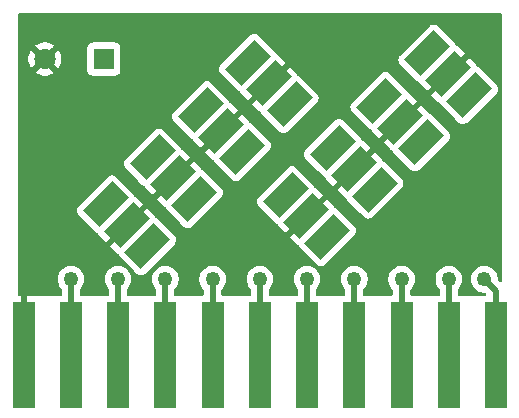
<source format=gbl>
G04 #@! TF.GenerationSoftware,KiCad,Pcbnew,9.0.1*
G04 #@! TF.CreationDate,2025-06-01T13:14:11+02:00*
G04 #@! TF.ProjectId,Sim-module,53696d2d-6d6f-4647-956c-652e6b696361,rev?*
G04 #@! TF.SameCoordinates,Original*
G04 #@! TF.FileFunction,Copper,L2,Bot*
G04 #@! TF.FilePolarity,Positive*
%FSLAX46Y46*%
G04 Gerber Fmt 4.6, Leading zero omitted, Abs format (unit mm)*
G04 Created by KiCad (PCBNEW 9.0.1) date 2025-06-01 13:14:11*
%MOMM*%
%LPD*%
G01*
G04 APERTURE LIST*
G04 Aperture macros list*
%AMRotRect*
0 Rectangle, with rotation*
0 The origin of the aperture is its center*
0 $1 length*
0 $2 width*
0 $3 Rotation angle, in degrees counterclockwise*
0 Add horizontal line*
21,1,$1,$2,0,0,$3*%
G04 Aperture macros list end*
G04 #@! TA.AperFunction,ComponentPad*
%ADD10RotRect,3.500000X2.000000X45.000000*%
G04 #@! TD*
G04 #@! TA.AperFunction,ComponentPad*
%ADD11R,1.800000X1.800000*%
G04 #@! TD*
G04 #@! TA.AperFunction,ComponentPad*
%ADD12C,1.800000*%
G04 #@! TD*
G04 #@! TA.AperFunction,ConnectorPad*
%ADD13R,1.900000X9.000000*%
G04 #@! TD*
G04 #@! TA.AperFunction,ViaPad*
%ADD14C,1.250000*%
G04 #@! TD*
G04 #@! TA.AperFunction,Conductor*
%ADD15C,0.500000*%
G04 #@! TD*
G04 APERTURE END LIST*
D10*
X177000000Y-44700000D03*
X178767767Y-46467767D03*
X180535534Y-48235534D03*
X180179111Y-55929111D03*
X181946878Y-57696878D03*
X183714645Y-59464645D03*
D11*
X164800000Y-44400000D03*
D12*
X159800000Y-44400000D03*
D10*
X192179111Y-43929111D03*
X193946878Y-45696878D03*
X195714645Y-47464645D03*
X168914466Y-52714466D03*
X170682233Y-54482233D03*
X172450000Y-56250000D03*
X172982233Y-48732233D03*
X174750000Y-50500000D03*
X176517767Y-52267767D03*
X188125989Y-47929111D03*
X189893756Y-49696878D03*
X191661523Y-51464645D03*
X184179111Y-51929111D03*
X185946878Y-53696878D03*
X187714645Y-55464645D03*
X164950000Y-56700000D03*
X166717767Y-58467767D03*
X168485534Y-60235534D03*
D13*
X198000000Y-69450000D03*
X158000000Y-69450000D03*
X162000000Y-69450000D03*
X178000000Y-69450000D03*
X166000000Y-69450000D03*
X182000000Y-69450000D03*
X194000000Y-69450000D03*
X170000000Y-69450000D03*
X174000000Y-69450000D03*
X190000000Y-69450000D03*
X186000000Y-69450000D03*
D14*
X170000000Y-63050000D03*
X174000000Y-63050000D03*
X178000000Y-63050000D03*
X182000000Y-63050000D03*
X186000000Y-63050000D03*
X166000000Y-63050000D03*
X162000000Y-63050000D03*
X158675000Y-63100000D03*
X190000000Y-63050000D03*
X194000000Y-63050000D03*
X197000000Y-63050000D03*
D15*
X170000000Y-63050000D02*
X170000000Y-69450000D01*
X174000000Y-63050000D02*
X174000000Y-69450000D01*
X178000000Y-63050000D02*
X178000000Y-69450000D01*
X182000000Y-63050000D02*
X182000000Y-69450000D01*
X186000000Y-63050000D02*
X186000000Y-69450000D01*
X166000000Y-63050000D02*
X166000000Y-69450000D01*
X162000000Y-69450000D02*
X162000000Y-63050000D01*
X158000000Y-63775000D02*
X158000000Y-69450000D01*
X158675000Y-63100000D02*
X158000000Y-63775000D01*
X190000000Y-63050000D02*
X190000000Y-69450000D01*
X194000000Y-63050000D02*
X194000000Y-69450000D01*
X198000000Y-64050000D02*
X198000000Y-69450000D01*
X197000000Y-63050000D02*
X198000000Y-64050000D01*
G04 #@! TA.AperFunction,Conductor*
G36*
X198442539Y-40520185D02*
G01*
X198488294Y-40572989D01*
X198499500Y-40624500D01*
X198499500Y-63188770D01*
X198493261Y-63210015D01*
X198491682Y-63232104D01*
X198483609Y-63242887D01*
X198479815Y-63255809D01*
X198463081Y-63270308D01*
X198449810Y-63288037D01*
X198437189Y-63292744D01*
X198427011Y-63301564D01*
X198405093Y-63304715D01*
X198384346Y-63312454D01*
X198371185Y-63309591D01*
X198357853Y-63311508D01*
X198337709Y-63302308D01*
X198316073Y-63297602D01*
X198298347Y-63284333D01*
X198294297Y-63282483D01*
X198287819Y-63276451D01*
X198161819Y-63150451D01*
X198128334Y-63089128D01*
X198125500Y-63062770D01*
X198125500Y-62961421D01*
X198097786Y-62786445D01*
X198043042Y-62617958D01*
X198043042Y-62617957D01*
X197962613Y-62460109D01*
X197858483Y-62316786D01*
X197733214Y-62191517D01*
X197589890Y-62087386D01*
X197432042Y-62006957D01*
X197432039Y-62006956D01*
X197263556Y-61952214D01*
X197176067Y-61938357D01*
X197088579Y-61924500D01*
X196911421Y-61924500D01*
X196853095Y-61933738D01*
X196736443Y-61952214D01*
X196567960Y-62006956D01*
X196567957Y-62006957D01*
X196410109Y-62087386D01*
X196328338Y-62146796D01*
X196266786Y-62191517D01*
X196266784Y-62191519D01*
X196266783Y-62191519D01*
X196141519Y-62316783D01*
X196141519Y-62316784D01*
X196141517Y-62316786D01*
X196096796Y-62378338D01*
X196037386Y-62460109D01*
X195956957Y-62617957D01*
X195956956Y-62617960D01*
X195902214Y-62786443D01*
X195902214Y-62786445D01*
X195874500Y-62961421D01*
X195874500Y-63138579D01*
X195882450Y-63188770D01*
X195902214Y-63313556D01*
X195956956Y-63482039D01*
X195956957Y-63482042D01*
X196037386Y-63639890D01*
X196141517Y-63783214D01*
X196266786Y-63908483D01*
X196410110Y-64012614D01*
X196487529Y-64052061D01*
X196567957Y-64093042D01*
X196567960Y-64093043D01*
X196652201Y-64120414D01*
X196736445Y-64147786D01*
X196911421Y-64175500D01*
X197012771Y-64175500D01*
X197042211Y-64184144D01*
X197072198Y-64190668D01*
X197077213Y-64194422D01*
X197079810Y-64195185D01*
X197100452Y-64211819D01*
X197126452Y-64237819D01*
X197159937Y-64299142D01*
X197154953Y-64368834D01*
X197113081Y-64424767D01*
X197047617Y-64449184D01*
X197038774Y-64449500D01*
X197002131Y-64449500D01*
X197002123Y-64449501D01*
X196942516Y-64455908D01*
X196846604Y-64491682D01*
X196803271Y-64499500D01*
X195196729Y-64499500D01*
X195153396Y-64491682D01*
X195057482Y-64455908D01*
X195057483Y-64455908D01*
X194997883Y-64449501D01*
X194997881Y-64449500D01*
X194997873Y-64449500D01*
X194997865Y-64449500D01*
X194874500Y-64449500D01*
X194807461Y-64429815D01*
X194761706Y-64377011D01*
X194750500Y-64325500D01*
X194750500Y-63942559D01*
X194770185Y-63875520D01*
X194786819Y-63854878D01*
X194858483Y-63783214D01*
X194962614Y-63639890D01*
X195043042Y-63482042D01*
X195097786Y-63313555D01*
X195125500Y-63138579D01*
X195125500Y-62961421D01*
X195097786Y-62786445D01*
X195043042Y-62617958D01*
X195043042Y-62617957D01*
X194962613Y-62460109D01*
X194858483Y-62316786D01*
X194733214Y-62191517D01*
X194589890Y-62087386D01*
X194432042Y-62006957D01*
X194432039Y-62006956D01*
X194263556Y-61952214D01*
X194176067Y-61938357D01*
X194088579Y-61924500D01*
X193911421Y-61924500D01*
X193853095Y-61933738D01*
X193736443Y-61952214D01*
X193567960Y-62006956D01*
X193567957Y-62006957D01*
X193410109Y-62087386D01*
X193328338Y-62146796D01*
X193266786Y-62191517D01*
X193266784Y-62191519D01*
X193266783Y-62191519D01*
X193141519Y-62316783D01*
X193141519Y-62316784D01*
X193141517Y-62316786D01*
X193096796Y-62378338D01*
X193037386Y-62460109D01*
X192956957Y-62617957D01*
X192956956Y-62617960D01*
X192902214Y-62786443D01*
X192902214Y-62786445D01*
X192874500Y-62961421D01*
X192874500Y-63138579D01*
X192882450Y-63188770D01*
X192902214Y-63313556D01*
X192956956Y-63482039D01*
X192956957Y-63482042D01*
X193037386Y-63639890D01*
X193141517Y-63783214D01*
X193141519Y-63783216D01*
X193213181Y-63854878D01*
X193246666Y-63916201D01*
X193249500Y-63942559D01*
X193249500Y-64325500D01*
X193229815Y-64392539D01*
X193177011Y-64438294D01*
X193125501Y-64449500D01*
X193002130Y-64449500D01*
X193002123Y-64449501D01*
X192942516Y-64455908D01*
X192846604Y-64491682D01*
X192803271Y-64499500D01*
X191196729Y-64499500D01*
X191153396Y-64491682D01*
X191057482Y-64455908D01*
X191057483Y-64455908D01*
X190997883Y-64449501D01*
X190997881Y-64449500D01*
X190997873Y-64449500D01*
X190997865Y-64449500D01*
X190874500Y-64449500D01*
X190807461Y-64429815D01*
X190761706Y-64377011D01*
X190750500Y-64325500D01*
X190750500Y-63942559D01*
X190770185Y-63875520D01*
X190786819Y-63854878D01*
X190858483Y-63783214D01*
X190962614Y-63639890D01*
X191043042Y-63482042D01*
X191097786Y-63313555D01*
X191125500Y-63138579D01*
X191125500Y-62961421D01*
X191097786Y-62786445D01*
X191043042Y-62617958D01*
X191043042Y-62617957D01*
X190962613Y-62460109D01*
X190858483Y-62316786D01*
X190733214Y-62191517D01*
X190589890Y-62087386D01*
X190432042Y-62006957D01*
X190432039Y-62006956D01*
X190263556Y-61952214D01*
X190176067Y-61938357D01*
X190088579Y-61924500D01*
X189911421Y-61924500D01*
X189853095Y-61933738D01*
X189736443Y-61952214D01*
X189567960Y-62006956D01*
X189567957Y-62006957D01*
X189410109Y-62087386D01*
X189328338Y-62146796D01*
X189266786Y-62191517D01*
X189266784Y-62191519D01*
X189266783Y-62191519D01*
X189141519Y-62316783D01*
X189141519Y-62316784D01*
X189141517Y-62316786D01*
X189096796Y-62378338D01*
X189037386Y-62460109D01*
X188956957Y-62617957D01*
X188956956Y-62617960D01*
X188902214Y-62786443D01*
X188902214Y-62786445D01*
X188874500Y-62961421D01*
X188874500Y-63138579D01*
X188882450Y-63188770D01*
X188902214Y-63313556D01*
X188956956Y-63482039D01*
X188956957Y-63482042D01*
X189037386Y-63639890D01*
X189141517Y-63783214D01*
X189141519Y-63783216D01*
X189213181Y-63854878D01*
X189246666Y-63916201D01*
X189249500Y-63942559D01*
X189249500Y-64325500D01*
X189229815Y-64392539D01*
X189177011Y-64438294D01*
X189125501Y-64449500D01*
X189002130Y-64449500D01*
X189002123Y-64449501D01*
X188942516Y-64455908D01*
X188846604Y-64491682D01*
X188803271Y-64499500D01*
X187196729Y-64499500D01*
X187153396Y-64491682D01*
X187057482Y-64455908D01*
X187057483Y-64455908D01*
X186997883Y-64449501D01*
X186997881Y-64449500D01*
X186997873Y-64449500D01*
X186997865Y-64449500D01*
X186874500Y-64449500D01*
X186807461Y-64429815D01*
X186761706Y-64377011D01*
X186750500Y-64325500D01*
X186750500Y-63942559D01*
X186770185Y-63875520D01*
X186786819Y-63854878D01*
X186858483Y-63783214D01*
X186962614Y-63639890D01*
X187043042Y-63482042D01*
X187097786Y-63313555D01*
X187125500Y-63138579D01*
X187125500Y-62961421D01*
X187097786Y-62786445D01*
X187043042Y-62617958D01*
X187043042Y-62617957D01*
X186962613Y-62460109D01*
X186858483Y-62316786D01*
X186733214Y-62191517D01*
X186589890Y-62087386D01*
X186432042Y-62006957D01*
X186432039Y-62006956D01*
X186263556Y-61952214D01*
X186176067Y-61938357D01*
X186088579Y-61924500D01*
X185911421Y-61924500D01*
X185853095Y-61933738D01*
X185736443Y-61952214D01*
X185567960Y-62006956D01*
X185567957Y-62006957D01*
X185410109Y-62087386D01*
X185328338Y-62146796D01*
X185266786Y-62191517D01*
X185266784Y-62191519D01*
X185266783Y-62191519D01*
X185141519Y-62316783D01*
X185141519Y-62316784D01*
X185141517Y-62316786D01*
X185096796Y-62378338D01*
X185037386Y-62460109D01*
X184956957Y-62617957D01*
X184956956Y-62617960D01*
X184902214Y-62786443D01*
X184902214Y-62786445D01*
X184874500Y-62961421D01*
X184874500Y-63138579D01*
X184882450Y-63188770D01*
X184902214Y-63313556D01*
X184956956Y-63482039D01*
X184956957Y-63482042D01*
X185037386Y-63639890D01*
X185141517Y-63783214D01*
X185141519Y-63783216D01*
X185213181Y-63854878D01*
X185246666Y-63916201D01*
X185249500Y-63942559D01*
X185249500Y-64325500D01*
X185229815Y-64392539D01*
X185177011Y-64438294D01*
X185125501Y-64449500D01*
X185002130Y-64449500D01*
X185002123Y-64449501D01*
X184942516Y-64455908D01*
X184846604Y-64491682D01*
X184803271Y-64499500D01*
X183196729Y-64499500D01*
X183153396Y-64491682D01*
X183057482Y-64455908D01*
X183057483Y-64455908D01*
X182997883Y-64449501D01*
X182997881Y-64449500D01*
X182997873Y-64449500D01*
X182997865Y-64449500D01*
X182874500Y-64449500D01*
X182807461Y-64429815D01*
X182761706Y-64377011D01*
X182750500Y-64325500D01*
X182750500Y-63942559D01*
X182770185Y-63875520D01*
X182786819Y-63854878D01*
X182858483Y-63783214D01*
X182962614Y-63639890D01*
X183043042Y-63482042D01*
X183097786Y-63313555D01*
X183125500Y-63138579D01*
X183125500Y-62961421D01*
X183097786Y-62786445D01*
X183043042Y-62617958D01*
X183043042Y-62617957D01*
X182962613Y-62460109D01*
X182858483Y-62316786D01*
X182733214Y-62191517D01*
X182589890Y-62087386D01*
X182432042Y-62006957D01*
X182432039Y-62006956D01*
X182263556Y-61952214D01*
X182176067Y-61938357D01*
X182088579Y-61924500D01*
X181911421Y-61924500D01*
X181853095Y-61933738D01*
X181736443Y-61952214D01*
X181567960Y-62006956D01*
X181567957Y-62006957D01*
X181410109Y-62087386D01*
X181328338Y-62146796D01*
X181266786Y-62191517D01*
X181266784Y-62191519D01*
X181266783Y-62191519D01*
X181141519Y-62316783D01*
X181141519Y-62316784D01*
X181141517Y-62316786D01*
X181096796Y-62378338D01*
X181037386Y-62460109D01*
X180956957Y-62617957D01*
X180956956Y-62617960D01*
X180902214Y-62786443D01*
X180902214Y-62786445D01*
X180874500Y-62961421D01*
X180874500Y-63138579D01*
X180882450Y-63188770D01*
X180902214Y-63313556D01*
X180956956Y-63482039D01*
X180956957Y-63482042D01*
X181037386Y-63639890D01*
X181141517Y-63783214D01*
X181141519Y-63783216D01*
X181213181Y-63854878D01*
X181246666Y-63916201D01*
X181249500Y-63942559D01*
X181249500Y-64325500D01*
X181229815Y-64392539D01*
X181177011Y-64438294D01*
X181125501Y-64449500D01*
X181002130Y-64449500D01*
X181002123Y-64449501D01*
X180942516Y-64455908D01*
X180846604Y-64491682D01*
X180803271Y-64499500D01*
X179196729Y-64499500D01*
X179153396Y-64491682D01*
X179057482Y-64455908D01*
X179057483Y-64455908D01*
X178997883Y-64449501D01*
X178997881Y-64449500D01*
X178997873Y-64449500D01*
X178997865Y-64449500D01*
X178874500Y-64449500D01*
X178807461Y-64429815D01*
X178761706Y-64377011D01*
X178750500Y-64325500D01*
X178750500Y-63942559D01*
X178770185Y-63875520D01*
X178786819Y-63854878D01*
X178858483Y-63783214D01*
X178962614Y-63639890D01*
X179043042Y-63482042D01*
X179097786Y-63313555D01*
X179125500Y-63138579D01*
X179125500Y-62961421D01*
X179097786Y-62786445D01*
X179043042Y-62617958D01*
X179043042Y-62617957D01*
X178962613Y-62460109D01*
X178858483Y-62316786D01*
X178733214Y-62191517D01*
X178589890Y-62087386D01*
X178432042Y-62006957D01*
X178432039Y-62006956D01*
X178263556Y-61952214D01*
X178176067Y-61938357D01*
X178088579Y-61924500D01*
X177911421Y-61924500D01*
X177853095Y-61933738D01*
X177736443Y-61952214D01*
X177567960Y-62006956D01*
X177567957Y-62006957D01*
X177410109Y-62087386D01*
X177328338Y-62146796D01*
X177266786Y-62191517D01*
X177266784Y-62191519D01*
X177266783Y-62191519D01*
X177141519Y-62316783D01*
X177141519Y-62316784D01*
X177141517Y-62316786D01*
X177096796Y-62378338D01*
X177037386Y-62460109D01*
X176956957Y-62617957D01*
X176956956Y-62617960D01*
X176902214Y-62786443D01*
X176902214Y-62786445D01*
X176874500Y-62961421D01*
X176874500Y-63138579D01*
X176882450Y-63188770D01*
X176902214Y-63313556D01*
X176956956Y-63482039D01*
X176956957Y-63482042D01*
X177037386Y-63639890D01*
X177141517Y-63783214D01*
X177141519Y-63783216D01*
X177213181Y-63854878D01*
X177246666Y-63916201D01*
X177249500Y-63942559D01*
X177249500Y-64325500D01*
X177229815Y-64392539D01*
X177177011Y-64438294D01*
X177125501Y-64449500D01*
X177002130Y-64449500D01*
X177002123Y-64449501D01*
X176942516Y-64455908D01*
X176846604Y-64491682D01*
X176803271Y-64499500D01*
X175196729Y-64499500D01*
X175153396Y-64491682D01*
X175057482Y-64455908D01*
X175057483Y-64455908D01*
X174997883Y-64449501D01*
X174997881Y-64449500D01*
X174997873Y-64449500D01*
X174997865Y-64449500D01*
X174874500Y-64449500D01*
X174807461Y-64429815D01*
X174761706Y-64377011D01*
X174750500Y-64325500D01*
X174750500Y-63942559D01*
X174770185Y-63875520D01*
X174786819Y-63854878D01*
X174858483Y-63783214D01*
X174962614Y-63639890D01*
X175043042Y-63482042D01*
X175097786Y-63313555D01*
X175125500Y-63138579D01*
X175125500Y-62961421D01*
X175097786Y-62786445D01*
X175043042Y-62617958D01*
X175043042Y-62617957D01*
X174962613Y-62460109D01*
X174858483Y-62316786D01*
X174733214Y-62191517D01*
X174589890Y-62087386D01*
X174432042Y-62006957D01*
X174432039Y-62006956D01*
X174263556Y-61952214D01*
X174176067Y-61938357D01*
X174088579Y-61924500D01*
X173911421Y-61924500D01*
X173853095Y-61933738D01*
X173736443Y-61952214D01*
X173567960Y-62006956D01*
X173567957Y-62006957D01*
X173410109Y-62087386D01*
X173328338Y-62146796D01*
X173266786Y-62191517D01*
X173266784Y-62191519D01*
X173266783Y-62191519D01*
X173141519Y-62316783D01*
X173141519Y-62316784D01*
X173141517Y-62316786D01*
X173096796Y-62378338D01*
X173037386Y-62460109D01*
X172956957Y-62617957D01*
X172956956Y-62617960D01*
X172902214Y-62786443D01*
X172902214Y-62786445D01*
X172874500Y-62961421D01*
X172874500Y-63138579D01*
X172882450Y-63188770D01*
X172902214Y-63313556D01*
X172956956Y-63482039D01*
X172956957Y-63482042D01*
X173037386Y-63639890D01*
X173141517Y-63783214D01*
X173141519Y-63783216D01*
X173213181Y-63854878D01*
X173246666Y-63916201D01*
X173249500Y-63942559D01*
X173249500Y-64325500D01*
X173229815Y-64392539D01*
X173177011Y-64438294D01*
X173125501Y-64449500D01*
X173002130Y-64449500D01*
X173002123Y-64449501D01*
X172942516Y-64455908D01*
X172846604Y-64491682D01*
X172803271Y-64499500D01*
X171196729Y-64499500D01*
X171153396Y-64491682D01*
X171057482Y-64455908D01*
X171057483Y-64455908D01*
X170997883Y-64449501D01*
X170997881Y-64449500D01*
X170997873Y-64449500D01*
X170997865Y-64449500D01*
X170874500Y-64449500D01*
X170807461Y-64429815D01*
X170761706Y-64377011D01*
X170750500Y-64325500D01*
X170750500Y-63942559D01*
X170770185Y-63875520D01*
X170786819Y-63854878D01*
X170858483Y-63783214D01*
X170962614Y-63639890D01*
X171043042Y-63482042D01*
X171097786Y-63313555D01*
X171125500Y-63138579D01*
X171125500Y-62961421D01*
X171097786Y-62786445D01*
X171043042Y-62617958D01*
X171043042Y-62617957D01*
X170962613Y-62460109D01*
X170858483Y-62316786D01*
X170733214Y-62191517D01*
X170589890Y-62087386D01*
X170432042Y-62006957D01*
X170432039Y-62006956D01*
X170263556Y-61952214D01*
X170176067Y-61938357D01*
X170088579Y-61924500D01*
X169911421Y-61924500D01*
X169853095Y-61933738D01*
X169736443Y-61952214D01*
X169567960Y-62006956D01*
X169567957Y-62006957D01*
X169410109Y-62087386D01*
X169328338Y-62146796D01*
X169266786Y-62191517D01*
X169266784Y-62191519D01*
X169266783Y-62191519D01*
X169141519Y-62316783D01*
X169141519Y-62316784D01*
X169141517Y-62316786D01*
X169096796Y-62378338D01*
X169037386Y-62460109D01*
X168956957Y-62617957D01*
X168956956Y-62617960D01*
X168902214Y-62786443D01*
X168902214Y-62786445D01*
X168874500Y-62961421D01*
X168874500Y-63138579D01*
X168882450Y-63188770D01*
X168902214Y-63313556D01*
X168956956Y-63482039D01*
X168956957Y-63482042D01*
X169037386Y-63639890D01*
X169141517Y-63783214D01*
X169141519Y-63783216D01*
X169213181Y-63854878D01*
X169246666Y-63916201D01*
X169249500Y-63942559D01*
X169249500Y-64325500D01*
X169229815Y-64392539D01*
X169177011Y-64438294D01*
X169125501Y-64449500D01*
X169002130Y-64449500D01*
X169002123Y-64449501D01*
X168942516Y-64455908D01*
X168846604Y-64491682D01*
X168803271Y-64499500D01*
X167196729Y-64499500D01*
X167153396Y-64491682D01*
X167057482Y-64455908D01*
X167057483Y-64455908D01*
X166997883Y-64449501D01*
X166997881Y-64449500D01*
X166997873Y-64449500D01*
X166997865Y-64449500D01*
X166874500Y-64449500D01*
X166807461Y-64429815D01*
X166761706Y-64377011D01*
X166750500Y-64325500D01*
X166750500Y-63942559D01*
X166770185Y-63875520D01*
X166786819Y-63854878D01*
X166858483Y-63783214D01*
X166962614Y-63639890D01*
X167043042Y-63482042D01*
X167097786Y-63313555D01*
X167125500Y-63138579D01*
X167125500Y-62961421D01*
X167097786Y-62786445D01*
X167043042Y-62617958D01*
X167043042Y-62617957D01*
X166962613Y-62460109D01*
X166858483Y-62316786D01*
X166733214Y-62191517D01*
X166589890Y-62087386D01*
X166432042Y-62006957D01*
X166432039Y-62006956D01*
X166263556Y-61952214D01*
X166176067Y-61938357D01*
X166088579Y-61924500D01*
X165911421Y-61924500D01*
X165853095Y-61933738D01*
X165736443Y-61952214D01*
X165567960Y-62006956D01*
X165567957Y-62006957D01*
X165410109Y-62087386D01*
X165328338Y-62146796D01*
X165266786Y-62191517D01*
X165266784Y-62191519D01*
X165266783Y-62191519D01*
X165141519Y-62316783D01*
X165141519Y-62316784D01*
X165141517Y-62316786D01*
X165096796Y-62378338D01*
X165037386Y-62460109D01*
X164956957Y-62617957D01*
X164956956Y-62617960D01*
X164902214Y-62786443D01*
X164902214Y-62786445D01*
X164874500Y-62961421D01*
X164874500Y-63138579D01*
X164882450Y-63188770D01*
X164902214Y-63313556D01*
X164956956Y-63482039D01*
X164956957Y-63482042D01*
X165037386Y-63639890D01*
X165141517Y-63783214D01*
X165141519Y-63783216D01*
X165213181Y-63854878D01*
X165246666Y-63916201D01*
X165249500Y-63942559D01*
X165249500Y-64325500D01*
X165229815Y-64392539D01*
X165177011Y-64438294D01*
X165125501Y-64449500D01*
X165002130Y-64449500D01*
X165002123Y-64449501D01*
X164942516Y-64455908D01*
X164846604Y-64491682D01*
X164803271Y-64499500D01*
X163196729Y-64499500D01*
X163153396Y-64491682D01*
X163057482Y-64455908D01*
X163057483Y-64455908D01*
X162997883Y-64449501D01*
X162997881Y-64449500D01*
X162997873Y-64449500D01*
X162997865Y-64449500D01*
X162874500Y-64449500D01*
X162807461Y-64429815D01*
X162761706Y-64377011D01*
X162750500Y-64325500D01*
X162750500Y-63942559D01*
X162770185Y-63875520D01*
X162786819Y-63854878D01*
X162858483Y-63783214D01*
X162962614Y-63639890D01*
X163043042Y-63482042D01*
X163097786Y-63313555D01*
X163125500Y-63138579D01*
X163125500Y-62961421D01*
X163097786Y-62786445D01*
X163043042Y-62617958D01*
X163043042Y-62617957D01*
X162962613Y-62460109D01*
X162858483Y-62316786D01*
X162733214Y-62191517D01*
X162589890Y-62087386D01*
X162432042Y-62006957D01*
X162432039Y-62006956D01*
X162263556Y-61952214D01*
X162176067Y-61938357D01*
X162088579Y-61924500D01*
X161911421Y-61924500D01*
X161853095Y-61933738D01*
X161736443Y-61952214D01*
X161567960Y-62006956D01*
X161567957Y-62006957D01*
X161410109Y-62087386D01*
X161328338Y-62146796D01*
X161266786Y-62191517D01*
X161266784Y-62191519D01*
X161266783Y-62191519D01*
X161141519Y-62316783D01*
X161141519Y-62316784D01*
X161141517Y-62316786D01*
X161096796Y-62378338D01*
X161037386Y-62460109D01*
X160956957Y-62617957D01*
X160956956Y-62617960D01*
X160902214Y-62786443D01*
X160902214Y-62786445D01*
X160874500Y-62961421D01*
X160874500Y-63138579D01*
X160882450Y-63188770D01*
X160902214Y-63313556D01*
X160956956Y-63482039D01*
X160956957Y-63482042D01*
X161037386Y-63639890D01*
X161141517Y-63783214D01*
X161141519Y-63783216D01*
X161213181Y-63854878D01*
X161246666Y-63916201D01*
X161249500Y-63942559D01*
X161249500Y-64325500D01*
X161229815Y-64392539D01*
X161177011Y-64438294D01*
X161125501Y-64449500D01*
X161002130Y-64449500D01*
X161002123Y-64449501D01*
X160942516Y-64455908D01*
X160846604Y-64491682D01*
X160803271Y-64499500D01*
X159195299Y-64499500D01*
X159151966Y-64491682D01*
X159057379Y-64456403D01*
X159057372Y-64456401D01*
X158997844Y-64450000D01*
X157624500Y-64450000D01*
X157557461Y-64430315D01*
X157511706Y-64377511D01*
X157500500Y-64326000D01*
X157500500Y-57230330D01*
X162499810Y-57230330D01*
X162520290Y-57372785D01*
X162520291Y-57372789D01*
X162580077Y-57503700D01*
X162580078Y-57503701D01*
X162580079Y-57503703D01*
X162617698Y-57550386D01*
X162617701Y-57550389D01*
X162617706Y-57550395D01*
X163747021Y-58679708D01*
X164099614Y-59032301D01*
X164146297Y-59069921D01*
X164146298Y-59069921D01*
X164146300Y-59069923D01*
X164243283Y-59114214D01*
X164296087Y-59159969D01*
X164304565Y-59175496D01*
X164348269Y-59271193D01*
X164385856Y-59317838D01*
X164949998Y-59881980D01*
X165704474Y-59127504D01*
X165721512Y-59191089D01*
X165787338Y-59305104D01*
X165880430Y-59398196D01*
X165994445Y-59464022D01*
X166058027Y-59481058D01*
X165303553Y-60235533D01*
X165303553Y-60235535D01*
X165867695Y-60799677D01*
X165914341Y-60837265D01*
X166010037Y-60880968D01*
X166062841Y-60926722D01*
X166071320Y-60942250D01*
X166115611Y-61039234D01*
X166115612Y-61039235D01*
X166115613Y-61039237D01*
X166153232Y-61085920D01*
X166153235Y-61085923D01*
X166153240Y-61085929D01*
X167384096Y-62316783D01*
X167635148Y-62567835D01*
X167681831Y-62605455D01*
X167681832Y-62605455D01*
X167681834Y-62605457D01*
X167812744Y-62665242D01*
X167812745Y-62665242D01*
X167812747Y-62665243D01*
X167955204Y-62685724D01*
X168097661Y-62665243D01*
X168228577Y-62605455D01*
X168275260Y-62567836D01*
X170817835Y-60025260D01*
X170855455Y-59978577D01*
X170915243Y-59847661D01*
X170935724Y-59705204D01*
X170915243Y-59562747D01*
X170870156Y-59464022D01*
X170855457Y-59431834D01*
X170855455Y-59431831D01*
X170817836Y-59385148D01*
X170817831Y-59385143D01*
X170817827Y-59385138D01*
X169335927Y-57903240D01*
X169335920Y-57903233D01*
X169289237Y-57865613D01*
X169221256Y-57834567D01*
X169192250Y-57821320D01*
X169139446Y-57775565D01*
X169130968Y-57760037D01*
X169087265Y-57664341D01*
X169049677Y-57617695D01*
X168485534Y-57053553D01*
X168485533Y-57053553D01*
X167731059Y-57808027D01*
X167714023Y-57744445D01*
X167648197Y-57630429D01*
X167555105Y-57537337D01*
X167441089Y-57471511D01*
X167377506Y-57454474D01*
X168131980Y-56700000D01*
X168131980Y-56699998D01*
X167567838Y-56135856D01*
X167521193Y-56098269D01*
X167425496Y-56054565D01*
X167372692Y-56008810D01*
X167364214Y-55993283D01*
X167319922Y-55896299D01*
X167319921Y-55896298D01*
X167319921Y-55896297D01*
X167282302Y-55849614D01*
X167282297Y-55849609D01*
X167282293Y-55849604D01*
X165800393Y-54367706D01*
X165800386Y-54367699D01*
X165753703Y-54330079D01*
X165753701Y-54330078D01*
X165753699Y-54330076D01*
X165622789Y-54270291D01*
X165622785Y-54270290D01*
X165480330Y-54249810D01*
X165337874Y-54270290D01*
X165337870Y-54270291D01*
X165206959Y-54330077D01*
X165160264Y-54367706D01*
X162617706Y-56910266D01*
X162617700Y-56910273D01*
X162580078Y-56956958D01*
X162580076Y-56956960D01*
X162520291Y-57087870D01*
X162520290Y-57087874D01*
X162499810Y-57230330D01*
X157500500Y-57230330D01*
X157500500Y-53244796D01*
X166464276Y-53244796D01*
X166484756Y-53387251D01*
X166484757Y-53387255D01*
X166544543Y-53518166D01*
X166544544Y-53518167D01*
X166544545Y-53518169D01*
X166582164Y-53564852D01*
X166582167Y-53564855D01*
X166582172Y-53564861D01*
X167710446Y-54693133D01*
X168064080Y-55046767D01*
X168110763Y-55084387D01*
X168110764Y-55084387D01*
X168110766Y-55084389D01*
X168207749Y-55128680D01*
X168260553Y-55174435D01*
X168269031Y-55189962D01*
X168312735Y-55285659D01*
X168350322Y-55332304D01*
X168914464Y-55896446D01*
X169668940Y-55141970D01*
X169685978Y-55205555D01*
X169751804Y-55319570D01*
X169844896Y-55412662D01*
X169958911Y-55478488D01*
X170022494Y-55495525D01*
X169268019Y-56250000D01*
X169832161Y-56814143D01*
X169878807Y-56851731D01*
X169974503Y-56895434D01*
X170027307Y-56941188D01*
X170035786Y-56956716D01*
X170080077Y-57053700D01*
X170080078Y-57053701D01*
X170080079Y-57053703D01*
X170117698Y-57100386D01*
X170117701Y-57100389D01*
X170117706Y-57100395D01*
X171261757Y-58244444D01*
X171599614Y-58582301D01*
X171646297Y-58619921D01*
X171646298Y-58619921D01*
X171646300Y-58619923D01*
X171777210Y-58679708D01*
X171777211Y-58679708D01*
X171777213Y-58679709D01*
X171919670Y-58700190D01*
X172062127Y-58679709D01*
X172193043Y-58619921D01*
X172239726Y-58582302D01*
X174362586Y-56459441D01*
X177728921Y-56459441D01*
X177749401Y-56601896D01*
X177749402Y-56601900D01*
X177809188Y-56732811D01*
X177809189Y-56732812D01*
X177809190Y-56732814D01*
X177846809Y-56779497D01*
X177846812Y-56779500D01*
X177846817Y-56779506D01*
X178961666Y-57894353D01*
X179328725Y-58261412D01*
X179375408Y-58299032D01*
X179375409Y-58299032D01*
X179375411Y-58299034D01*
X179472394Y-58343325D01*
X179525198Y-58389080D01*
X179533676Y-58404607D01*
X179577380Y-58500304D01*
X179614967Y-58546949D01*
X180179109Y-59111091D01*
X180933585Y-58356615D01*
X180950623Y-58420200D01*
X181016449Y-58534215D01*
X181109541Y-58627307D01*
X181223556Y-58693133D01*
X181287138Y-58710169D01*
X180532664Y-59464644D01*
X180532664Y-59464646D01*
X181096806Y-60028788D01*
X181143452Y-60066376D01*
X181239148Y-60110079D01*
X181291952Y-60155833D01*
X181300431Y-60171361D01*
X181344722Y-60268345D01*
X181344723Y-60268346D01*
X181344724Y-60268348D01*
X181382343Y-60315031D01*
X181382346Y-60315034D01*
X181382351Y-60315040D01*
X182864243Y-61796930D01*
X182864259Y-61796946D01*
X182910942Y-61834566D01*
X182910943Y-61834566D01*
X182910945Y-61834568D01*
X183041855Y-61894353D01*
X183041856Y-61894353D01*
X183041858Y-61894354D01*
X183184315Y-61914835D01*
X183326772Y-61894354D01*
X183457688Y-61834566D01*
X183504371Y-61796947D01*
X186046946Y-59254371D01*
X186084566Y-59207688D01*
X186144354Y-59076772D01*
X186164835Y-58934315D01*
X186144354Y-58791858D01*
X186084566Y-58660942D01*
X186046947Y-58614259D01*
X186046942Y-58614254D01*
X186046938Y-58614249D01*
X184565038Y-57132351D01*
X184565031Y-57132344D01*
X184518348Y-57094724D01*
X184421361Y-57050431D01*
X184368557Y-57004676D01*
X184360079Y-56989148D01*
X184316376Y-56893452D01*
X184278788Y-56846806D01*
X183714645Y-56282664D01*
X183714644Y-56282664D01*
X182960170Y-57037138D01*
X182943134Y-56973556D01*
X182877308Y-56859540D01*
X182784216Y-56766448D01*
X182670200Y-56700622D01*
X182606617Y-56683585D01*
X183361091Y-55929111D01*
X183361091Y-55929109D01*
X182796949Y-55364967D01*
X182750304Y-55327380D01*
X182654607Y-55283676D01*
X182601803Y-55237921D01*
X182593325Y-55222394D01*
X182549033Y-55125410D01*
X182549032Y-55125409D01*
X182549032Y-55125408D01*
X182511413Y-55078725D01*
X182511408Y-55078720D01*
X182511404Y-55078715D01*
X181029504Y-53596817D01*
X181029497Y-53596810D01*
X180982814Y-53559190D01*
X180982812Y-53559189D01*
X180982810Y-53559187D01*
X180851900Y-53499402D01*
X180851896Y-53499401D01*
X180709441Y-53478921D01*
X180566985Y-53499401D01*
X180566981Y-53499402D01*
X180436070Y-53559188D01*
X180389375Y-53596817D01*
X177846817Y-56139377D01*
X177846811Y-56139384D01*
X177809189Y-56186069D01*
X177809187Y-56186071D01*
X177749402Y-56316981D01*
X177749401Y-56316985D01*
X177728921Y-56459441D01*
X174362586Y-56459441D01*
X174782301Y-56039726D01*
X174819921Y-55993043D01*
X174879709Y-55862127D01*
X174900190Y-55719670D01*
X174879709Y-55577213D01*
X174819921Y-55446297D01*
X174782302Y-55399614D01*
X174782297Y-55399609D01*
X174782293Y-55399604D01*
X173300393Y-53917706D01*
X173300386Y-53917699D01*
X173253703Y-53880079D01*
X173156716Y-53835786D01*
X173103912Y-53790031D01*
X173095434Y-53774503D01*
X173051731Y-53678807D01*
X173014143Y-53632161D01*
X172450000Y-53068019D01*
X172449999Y-53068019D01*
X171695525Y-53822493D01*
X171678489Y-53758911D01*
X171612663Y-53644895D01*
X171519571Y-53551803D01*
X171405555Y-53485977D01*
X171341971Y-53468939D01*
X172096446Y-52714465D01*
X172096446Y-52714464D01*
X171532304Y-52150322D01*
X171485659Y-52112735D01*
X171389962Y-52069031D01*
X171337158Y-52023276D01*
X171328680Y-52007749D01*
X171284388Y-51910765D01*
X171284387Y-51910764D01*
X171284387Y-51910763D01*
X171246768Y-51864080D01*
X171246763Y-51864075D01*
X171246759Y-51864070D01*
X169764859Y-50382172D01*
X169764852Y-50382165D01*
X169718169Y-50344545D01*
X169718167Y-50344544D01*
X169718165Y-50344542D01*
X169587255Y-50284757D01*
X169587251Y-50284756D01*
X169444796Y-50264276D01*
X169302340Y-50284756D01*
X169302336Y-50284757D01*
X169171425Y-50344543D01*
X169124730Y-50382172D01*
X166582172Y-52924732D01*
X166582166Y-52924739D01*
X166544544Y-52971424D01*
X166544542Y-52971426D01*
X166484757Y-53102336D01*
X166484756Y-53102340D01*
X166464276Y-53244796D01*
X157500500Y-53244796D01*
X157500500Y-49262563D01*
X170532043Y-49262563D01*
X170552523Y-49405018D01*
X170552524Y-49405022D01*
X170612310Y-49535933D01*
X170612311Y-49535934D01*
X170612312Y-49535936D01*
X170649931Y-49582619D01*
X170649934Y-49582622D01*
X170649939Y-49582628D01*
X171790636Y-50723323D01*
X172131847Y-51064534D01*
X172178530Y-51102154D01*
X172178531Y-51102154D01*
X172178533Y-51102156D01*
X172275516Y-51146447D01*
X172328320Y-51192202D01*
X172336798Y-51207729D01*
X172380502Y-51303426D01*
X172418089Y-51350071D01*
X172982231Y-51914213D01*
X173736707Y-51159737D01*
X173753745Y-51223322D01*
X173819571Y-51337337D01*
X173912663Y-51430429D01*
X174026678Y-51496255D01*
X174090261Y-51513292D01*
X173335786Y-52267767D01*
X173899928Y-52831910D01*
X173946574Y-52869498D01*
X174042270Y-52913201D01*
X174095074Y-52958955D01*
X174103553Y-52974483D01*
X174147844Y-53071467D01*
X174147845Y-53071468D01*
X174147846Y-53071470D01*
X174185465Y-53118153D01*
X174185468Y-53118156D01*
X174185473Y-53118162D01*
X175317123Y-54249810D01*
X175667381Y-54600068D01*
X175714064Y-54637688D01*
X175714065Y-54637688D01*
X175714067Y-54637690D01*
X175844977Y-54697475D01*
X175844978Y-54697475D01*
X175844980Y-54697476D01*
X175987437Y-54717957D01*
X176129894Y-54697476D01*
X176260810Y-54637688D01*
X176307493Y-54600069D01*
X178448120Y-52459441D01*
X181728921Y-52459441D01*
X181749401Y-52601896D01*
X181749402Y-52601900D01*
X181809188Y-52732811D01*
X181809189Y-52732812D01*
X181809190Y-52732814D01*
X181846809Y-52779497D01*
X181846812Y-52779500D01*
X181846817Y-52779506D01*
X182961666Y-53894353D01*
X183328725Y-54261412D01*
X183375408Y-54299032D01*
X183375409Y-54299032D01*
X183375411Y-54299034D01*
X183472394Y-54343325D01*
X183525198Y-54389080D01*
X183533676Y-54404607D01*
X183577380Y-54500304D01*
X183614967Y-54546949D01*
X184179109Y-55111091D01*
X184933585Y-54356615D01*
X184950623Y-54420200D01*
X185016449Y-54534215D01*
X185109541Y-54627307D01*
X185223556Y-54693133D01*
X185287138Y-54710169D01*
X184532664Y-55464644D01*
X184532664Y-55464646D01*
X185096806Y-56028788D01*
X185143452Y-56066376D01*
X185239148Y-56110079D01*
X185291952Y-56155833D01*
X185300431Y-56171361D01*
X185344722Y-56268345D01*
X185344723Y-56268346D01*
X185344724Y-56268348D01*
X185382343Y-56315031D01*
X185382346Y-56315034D01*
X185382351Y-56315040D01*
X186504750Y-57437437D01*
X186864259Y-57796946D01*
X186910942Y-57834566D01*
X186910943Y-57834566D01*
X186910945Y-57834568D01*
X187041855Y-57894353D01*
X187041856Y-57894353D01*
X187041858Y-57894354D01*
X187184315Y-57914835D01*
X187326772Y-57894354D01*
X187457688Y-57834566D01*
X187504371Y-57796947D01*
X190046946Y-55254371D01*
X190084566Y-55207688D01*
X190144354Y-55076772D01*
X190164835Y-54934315D01*
X190144354Y-54791858D01*
X190084566Y-54660942D01*
X190046947Y-54614259D01*
X190046942Y-54614254D01*
X190046938Y-54614249D01*
X188565038Y-53132351D01*
X188565031Y-53132344D01*
X188518348Y-53094724D01*
X188467429Y-53071470D01*
X188421361Y-53050431D01*
X188368557Y-53004676D01*
X188360079Y-52989148D01*
X188316376Y-52893452D01*
X188278788Y-52846806D01*
X187714645Y-52282664D01*
X187714644Y-52282664D01*
X186960170Y-53037138D01*
X186943134Y-52973556D01*
X186877308Y-52859540D01*
X186784216Y-52766448D01*
X186670200Y-52700622D01*
X186606616Y-52683584D01*
X187361091Y-51929110D01*
X187361091Y-51929109D01*
X186796949Y-51364967D01*
X186750304Y-51327380D01*
X186654607Y-51283676D01*
X186601803Y-51237921D01*
X186593325Y-51222394D01*
X186549033Y-51125410D01*
X186549032Y-51125409D01*
X186549032Y-51125408D01*
X186511413Y-51078725D01*
X186511408Y-51078720D01*
X186511404Y-51078715D01*
X185029504Y-49596817D01*
X185029497Y-49596810D01*
X184982814Y-49559190D01*
X184982812Y-49559189D01*
X184982810Y-49559187D01*
X184851900Y-49499402D01*
X184851896Y-49499401D01*
X184709441Y-49478921D01*
X184566985Y-49499401D01*
X184566981Y-49499402D01*
X184436070Y-49559188D01*
X184389375Y-49596817D01*
X181846817Y-52139377D01*
X181846811Y-52139384D01*
X181809189Y-52186069D01*
X181809187Y-52186071D01*
X181749402Y-52316981D01*
X181749401Y-52316985D01*
X181728921Y-52459441D01*
X178448120Y-52459441D01*
X178850068Y-52057493D01*
X178887688Y-52010810D01*
X178947476Y-51879894D01*
X178967957Y-51737437D01*
X178947476Y-51594980D01*
X178887688Y-51464064D01*
X178850069Y-51417381D01*
X178850064Y-51417376D01*
X178850060Y-51417371D01*
X177368160Y-49935473D01*
X177368153Y-49935466D01*
X177321470Y-49897846D01*
X177313821Y-49894353D01*
X177224483Y-49853553D01*
X177171679Y-49807798D01*
X177163201Y-49792270D01*
X177119498Y-49696574D01*
X177081910Y-49649928D01*
X176517767Y-49085786D01*
X176517766Y-49085786D01*
X175763292Y-49840260D01*
X175746256Y-49776678D01*
X175680430Y-49662662D01*
X175587338Y-49569570D01*
X175473322Y-49503744D01*
X175409738Y-49486706D01*
X176164213Y-48732232D01*
X176164213Y-48732231D01*
X175600071Y-48168089D01*
X175553426Y-48130502D01*
X175457729Y-48086798D01*
X175404925Y-48041043D01*
X175396447Y-48025516D01*
X175352155Y-47928532D01*
X175352154Y-47928531D01*
X175352154Y-47928530D01*
X175314535Y-47881847D01*
X175314530Y-47881842D01*
X175314526Y-47881837D01*
X173832626Y-46399939D01*
X173832619Y-46399932D01*
X173785936Y-46362312D01*
X173785934Y-46362311D01*
X173785932Y-46362309D01*
X173655022Y-46302524D01*
X173655018Y-46302523D01*
X173512563Y-46282043D01*
X173370107Y-46302523D01*
X173370103Y-46302524D01*
X173239192Y-46362310D01*
X173192497Y-46399939D01*
X170649939Y-48942499D01*
X170649933Y-48942506D01*
X170612311Y-48989191D01*
X170612309Y-48989193D01*
X170552524Y-49120103D01*
X170552523Y-49120107D01*
X170532043Y-49262563D01*
X157500500Y-49262563D01*
X157500500Y-44289818D01*
X158400000Y-44289818D01*
X158400000Y-44510181D01*
X158434473Y-44727835D01*
X158502567Y-44937410D01*
X158602611Y-45133756D01*
X158648932Y-45197513D01*
X159235387Y-44611058D01*
X159240889Y-44631591D01*
X159319881Y-44768408D01*
X159431592Y-44880119D01*
X159568409Y-44959111D01*
X159588939Y-44964612D01*
X159002485Y-45551065D01*
X159002485Y-45551066D01*
X159066243Y-45597388D01*
X159262589Y-45697432D01*
X159472164Y-45765526D01*
X159689819Y-45800000D01*
X159910181Y-45800000D01*
X160127835Y-45765526D01*
X160337410Y-45697432D01*
X160533760Y-45597386D01*
X160597513Y-45551066D01*
X160597514Y-45551066D01*
X160011059Y-44964612D01*
X160031591Y-44959111D01*
X160168408Y-44880119D01*
X160280119Y-44768408D01*
X160359111Y-44631591D01*
X160364612Y-44611060D01*
X160951066Y-45197514D01*
X160951066Y-45197513D01*
X160997386Y-45133760D01*
X161097432Y-44937410D01*
X161165526Y-44727835D01*
X161200000Y-44510181D01*
X161200000Y-44289818D01*
X161165526Y-44072164D01*
X161097432Y-43862589D01*
X160997388Y-43666243D01*
X160951066Y-43602485D01*
X160951065Y-43602485D01*
X160364612Y-44188939D01*
X160359111Y-44168409D01*
X160280119Y-44031592D01*
X160168408Y-43919881D01*
X160031591Y-43840889D01*
X160011058Y-43835387D01*
X160394311Y-43452135D01*
X163399500Y-43452135D01*
X163399500Y-45347870D01*
X163399501Y-45347876D01*
X163405908Y-45407483D01*
X163456202Y-45542328D01*
X163456206Y-45542335D01*
X163542452Y-45657544D01*
X163542455Y-45657547D01*
X163657664Y-45743793D01*
X163657671Y-45743797D01*
X163792517Y-45794091D01*
X163792516Y-45794091D01*
X163799444Y-45794835D01*
X163852127Y-45800500D01*
X165747872Y-45800499D01*
X165807483Y-45794091D01*
X165942331Y-45743796D01*
X166057546Y-45657546D01*
X166143796Y-45542331D01*
X166194091Y-45407483D01*
X166200500Y-45347873D01*
X166200500Y-45230330D01*
X174549810Y-45230330D01*
X174570290Y-45372785D01*
X174570291Y-45372789D01*
X174630077Y-45503700D01*
X174630078Y-45503701D01*
X174630079Y-45503703D01*
X174667698Y-45550386D01*
X174667701Y-45550389D01*
X174667706Y-45550395D01*
X175808403Y-46691090D01*
X176149614Y-47032301D01*
X176196297Y-47069921D01*
X176196298Y-47069921D01*
X176196300Y-47069923D01*
X176293283Y-47114214D01*
X176346087Y-47159969D01*
X176354565Y-47175496D01*
X176398269Y-47271193D01*
X176435856Y-47317838D01*
X176999998Y-47881980D01*
X177754474Y-47127504D01*
X177771512Y-47191089D01*
X177837338Y-47305104D01*
X177930430Y-47398196D01*
X178044445Y-47464022D01*
X178108028Y-47481059D01*
X177353553Y-48235534D01*
X177917695Y-48799677D01*
X177964341Y-48837265D01*
X178060037Y-48880968D01*
X178112841Y-48926722D01*
X178121320Y-48942250D01*
X178165611Y-49039234D01*
X178165612Y-49039235D01*
X178165613Y-49039237D01*
X178203232Y-49085920D01*
X178203235Y-49085923D01*
X178203240Y-49085929D01*
X179378717Y-50261404D01*
X179685148Y-50567835D01*
X179731831Y-50605455D01*
X179731832Y-50605455D01*
X179731834Y-50605457D01*
X179862744Y-50665242D01*
X179862745Y-50665242D01*
X179862747Y-50665243D01*
X180005204Y-50685724D01*
X180147661Y-50665243D01*
X180278577Y-50605455D01*
X180325260Y-50567836D01*
X182433654Y-48459441D01*
X185675799Y-48459441D01*
X185696279Y-48601896D01*
X185696280Y-48601900D01*
X185756066Y-48732811D01*
X185756067Y-48732812D01*
X185756068Y-48732814D01*
X185793687Y-48779497D01*
X185793690Y-48779500D01*
X185793695Y-48779506D01*
X186908544Y-49894353D01*
X187275603Y-50261412D01*
X187322286Y-50299032D01*
X187322287Y-50299032D01*
X187322289Y-50299034D01*
X187419272Y-50343325D01*
X187472076Y-50389080D01*
X187480554Y-50404607D01*
X187524258Y-50500304D01*
X187561845Y-50546949D01*
X188125987Y-51111091D01*
X188880463Y-50356615D01*
X188897501Y-50420200D01*
X188963327Y-50534215D01*
X189056419Y-50627307D01*
X189170434Y-50693133D01*
X189234017Y-50710170D01*
X188479542Y-51464645D01*
X189043684Y-52028788D01*
X189090330Y-52066376D01*
X189186026Y-52110079D01*
X189238830Y-52155833D01*
X189247309Y-52171361D01*
X189291600Y-52268345D01*
X189291601Y-52268346D01*
X189291602Y-52268348D01*
X189329221Y-52315031D01*
X189329224Y-52315034D01*
X189329229Y-52315040D01*
X190466094Y-53451903D01*
X190811137Y-53796946D01*
X190857820Y-53834566D01*
X190857821Y-53834566D01*
X190857823Y-53834568D01*
X190988733Y-53894353D01*
X190988734Y-53894353D01*
X190988736Y-53894354D01*
X191131193Y-53914835D01*
X191273650Y-53894354D01*
X191404566Y-53834566D01*
X191451249Y-53796947D01*
X193993824Y-51254371D01*
X194031444Y-51207688D01*
X194091232Y-51076772D01*
X194111713Y-50934315D01*
X194091232Y-50791858D01*
X194031444Y-50660942D01*
X193993825Y-50614259D01*
X193993820Y-50614254D01*
X193993816Y-50614249D01*
X192511916Y-49132351D01*
X192511909Y-49132344D01*
X192465226Y-49094724D01*
X192368239Y-49050431D01*
X192315435Y-49004676D01*
X192306957Y-48989148D01*
X192263254Y-48893452D01*
X192225666Y-48846806D01*
X191661523Y-48282664D01*
X191661522Y-48282664D01*
X190907048Y-49037138D01*
X190890012Y-48973556D01*
X190824186Y-48859540D01*
X190731094Y-48766448D01*
X190617078Y-48700622D01*
X190553495Y-48683585D01*
X191307969Y-47929111D01*
X191307969Y-47929109D01*
X190743827Y-47364967D01*
X190697182Y-47327380D01*
X190601485Y-47283676D01*
X190548681Y-47237921D01*
X190540203Y-47222394D01*
X190495911Y-47125410D01*
X190495910Y-47125409D01*
X190495910Y-47125408D01*
X190458291Y-47078725D01*
X190458286Y-47078720D01*
X190458282Y-47078715D01*
X188976382Y-45596817D01*
X188976375Y-45596810D01*
X188929692Y-45559190D01*
X188929690Y-45559189D01*
X188929688Y-45559187D01*
X188798778Y-45499402D01*
X188798774Y-45499401D01*
X188656319Y-45478921D01*
X188513863Y-45499401D01*
X188513859Y-45499402D01*
X188382948Y-45559188D01*
X188336253Y-45596817D01*
X185793695Y-48139377D01*
X185793689Y-48139384D01*
X185756067Y-48186069D01*
X185756065Y-48186071D01*
X185696280Y-48316981D01*
X185696279Y-48316985D01*
X185675799Y-48459441D01*
X182433654Y-48459441D01*
X182867835Y-48025260D01*
X182905455Y-47978577D01*
X182965243Y-47847661D01*
X182985724Y-47705204D01*
X182965243Y-47562747D01*
X182905455Y-47431831D01*
X182867836Y-47385148D01*
X182867831Y-47385143D01*
X182867827Y-47385138D01*
X181385927Y-45903240D01*
X181385920Y-45903233D01*
X181339237Y-45865613D01*
X181242250Y-45821320D01*
X181189446Y-45775565D01*
X181180968Y-45760037D01*
X181137265Y-45664341D01*
X181099677Y-45617695D01*
X180535534Y-45053553D01*
X180535533Y-45053553D01*
X179781059Y-45808027D01*
X179764023Y-45744445D01*
X179698197Y-45630429D01*
X179605105Y-45537337D01*
X179491089Y-45471511D01*
X179427505Y-45454473D01*
X180181980Y-44699999D01*
X180020235Y-44538254D01*
X179941422Y-44459441D01*
X189728921Y-44459441D01*
X189749401Y-44601896D01*
X189749402Y-44601900D01*
X189809188Y-44732811D01*
X189809189Y-44732812D01*
X189809190Y-44732814D01*
X189846809Y-44779497D01*
X189846812Y-44779500D01*
X189846817Y-44779506D01*
X190970545Y-45903232D01*
X191328725Y-46261412D01*
X191375408Y-46299032D01*
X191375409Y-46299032D01*
X191375411Y-46299034D01*
X191472394Y-46343325D01*
X191525198Y-46389080D01*
X191533676Y-46404607D01*
X191577380Y-46500304D01*
X191614967Y-46546949D01*
X192179109Y-47111091D01*
X192933585Y-46356615D01*
X192950623Y-46420200D01*
X193016449Y-46534215D01*
X193109541Y-46627307D01*
X193223556Y-46693133D01*
X193287139Y-46710170D01*
X192532664Y-47464645D01*
X193096806Y-48028788D01*
X193143452Y-48066376D01*
X193239148Y-48110079D01*
X193291952Y-48155833D01*
X193300431Y-48171361D01*
X193344722Y-48268345D01*
X193344723Y-48268346D01*
X193344724Y-48268348D01*
X193382343Y-48315031D01*
X193382346Y-48315034D01*
X193382351Y-48315040D01*
X194536983Y-49469670D01*
X194864259Y-49796946D01*
X194910942Y-49834566D01*
X194910943Y-49834566D01*
X194910945Y-49834568D01*
X195041855Y-49894353D01*
X195041856Y-49894353D01*
X195041858Y-49894354D01*
X195184315Y-49914835D01*
X195326772Y-49894354D01*
X195457688Y-49834566D01*
X195504371Y-49796947D01*
X198046946Y-47254371D01*
X198084566Y-47207688D01*
X198144354Y-47076772D01*
X198164835Y-46934315D01*
X198144354Y-46791858D01*
X198084566Y-46660942D01*
X198046947Y-46614259D01*
X198046942Y-46614254D01*
X198046938Y-46614249D01*
X196565038Y-45132351D01*
X196565031Y-45132344D01*
X196518348Y-45094724D01*
X196421361Y-45050431D01*
X196368557Y-45004676D01*
X196360079Y-44989148D01*
X196316376Y-44893452D01*
X196278788Y-44846806D01*
X195714645Y-44282664D01*
X195714644Y-44282664D01*
X194960170Y-45037138D01*
X194943134Y-44973556D01*
X194877308Y-44859540D01*
X194784216Y-44766448D01*
X194670200Y-44700622D01*
X194606616Y-44683584D01*
X195361091Y-43929110D01*
X195361091Y-43929109D01*
X194796949Y-43364967D01*
X194750304Y-43327380D01*
X194654607Y-43283676D01*
X194601803Y-43237921D01*
X194593325Y-43222394D01*
X194549033Y-43125410D01*
X194549032Y-43125409D01*
X194549032Y-43125408D01*
X194511413Y-43078725D01*
X194511408Y-43078720D01*
X194511404Y-43078715D01*
X193029504Y-41596817D01*
X193029497Y-41596810D01*
X192982814Y-41559190D01*
X192982812Y-41559189D01*
X192982810Y-41559187D01*
X192851900Y-41499402D01*
X192851896Y-41499401D01*
X192709441Y-41478921D01*
X192566985Y-41499401D01*
X192566981Y-41499402D01*
X192436070Y-41559188D01*
X192389375Y-41596817D01*
X189846817Y-44139377D01*
X189846811Y-44139384D01*
X189809189Y-44186069D01*
X189809187Y-44186071D01*
X189749402Y-44316981D01*
X189749401Y-44316985D01*
X189728921Y-44459441D01*
X179941422Y-44459441D01*
X179617838Y-44135856D01*
X179571193Y-44098269D01*
X179475496Y-44054565D01*
X179422692Y-44008810D01*
X179414214Y-43993283D01*
X179369922Y-43896299D01*
X179369921Y-43896298D01*
X179369921Y-43896297D01*
X179332302Y-43849614D01*
X179332297Y-43849609D01*
X179332293Y-43849604D01*
X177850393Y-42367706D01*
X177850386Y-42367699D01*
X177803703Y-42330079D01*
X177803701Y-42330078D01*
X177803699Y-42330076D01*
X177672789Y-42270291D01*
X177672785Y-42270290D01*
X177530330Y-42249810D01*
X177387874Y-42270290D01*
X177387870Y-42270291D01*
X177256959Y-42330077D01*
X177210264Y-42367706D01*
X174667706Y-44910266D01*
X174667700Y-44910273D01*
X174630078Y-44956958D01*
X174630076Y-44956960D01*
X174570291Y-45087870D01*
X174570290Y-45087874D01*
X174549810Y-45230330D01*
X166200500Y-45230330D01*
X166200499Y-44400000D01*
X166200499Y-43452129D01*
X166200498Y-43452123D01*
X166200497Y-43452116D01*
X166194091Y-43392517D01*
X166169796Y-43327380D01*
X166143797Y-43257671D01*
X166143793Y-43257664D01*
X166057547Y-43142455D01*
X166057544Y-43142452D01*
X165942335Y-43056206D01*
X165942328Y-43056202D01*
X165807482Y-43005908D01*
X165807483Y-43005908D01*
X165747883Y-42999501D01*
X165747881Y-42999500D01*
X165747873Y-42999500D01*
X165747864Y-42999500D01*
X163852129Y-42999500D01*
X163852123Y-42999501D01*
X163792516Y-43005908D01*
X163657671Y-43056202D01*
X163657664Y-43056206D01*
X163542455Y-43142452D01*
X163542452Y-43142455D01*
X163456206Y-43257664D01*
X163456202Y-43257671D01*
X163405908Y-43392517D01*
X163399501Y-43452116D01*
X163399501Y-43452123D01*
X163399500Y-43452135D01*
X160394311Y-43452135D01*
X160485321Y-43361125D01*
X160597513Y-43248932D01*
X160533756Y-43202611D01*
X160337410Y-43102567D01*
X160127835Y-43034473D01*
X159910181Y-43000000D01*
X159689819Y-43000000D01*
X159472164Y-43034473D01*
X159262589Y-43102567D01*
X159066233Y-43202616D01*
X159002485Y-43248931D01*
X159002485Y-43248932D01*
X159588940Y-43835387D01*
X159568409Y-43840889D01*
X159431592Y-43919881D01*
X159319881Y-44031592D01*
X159240889Y-44168409D01*
X159235387Y-44188940D01*
X158648932Y-43602485D01*
X158648931Y-43602485D01*
X158602616Y-43666233D01*
X158502567Y-43862589D01*
X158434473Y-44072164D01*
X158400000Y-44289818D01*
X157500500Y-44289818D01*
X157500500Y-40624500D01*
X157520185Y-40557461D01*
X157572989Y-40511706D01*
X157624500Y-40500500D01*
X198375500Y-40500500D01*
X198442539Y-40520185D01*
G37*
G04 #@! TD.AperFunction*
M02*

</source>
